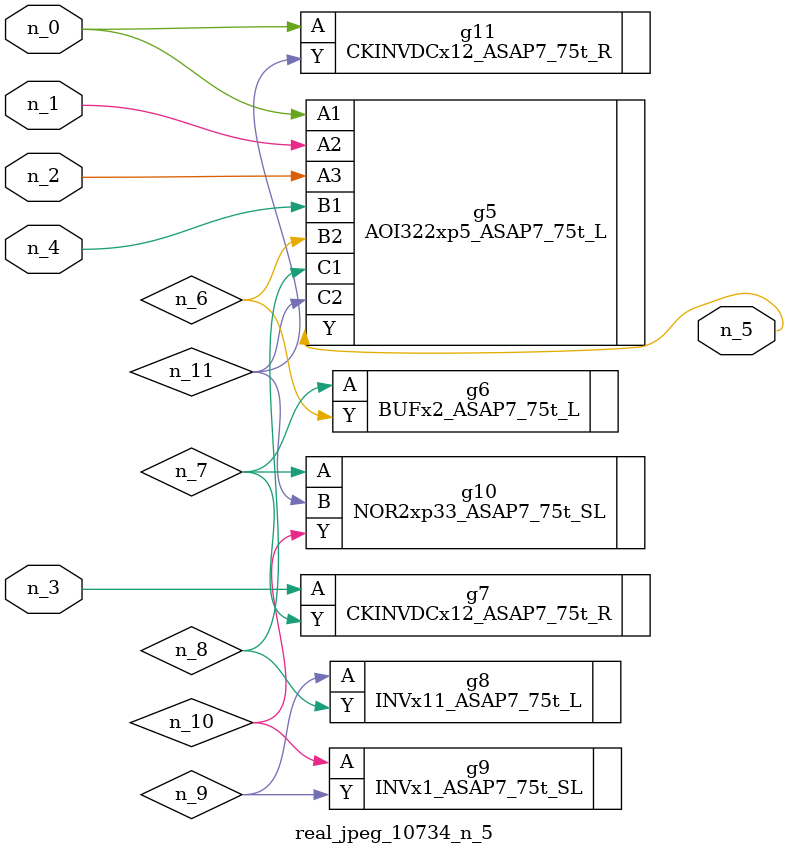
<source format=v>
module real_jpeg_10734_n_5 (n_4, n_0, n_1, n_2, n_3, n_5);

input n_4;
input n_0;
input n_1;
input n_2;
input n_3;

output n_5;

wire n_8;
wire n_11;
wire n_6;
wire n_7;
wire n_10;
wire n_9;

AOI322xp5_ASAP7_75t_L g5 ( 
.A1(n_0),
.A2(n_1),
.A3(n_2),
.B1(n_4),
.B2(n_6),
.C1(n_8),
.C2(n_11),
.Y(n_5)
);

CKINVDCx12_ASAP7_75t_R g11 ( 
.A(n_0),
.Y(n_11)
);

CKINVDCx12_ASAP7_75t_R g7 ( 
.A(n_3),
.Y(n_7)
);

BUFx2_ASAP7_75t_L g6 ( 
.A(n_7),
.Y(n_6)
);

NOR2xp33_ASAP7_75t_SL g10 ( 
.A(n_7),
.B(n_11),
.Y(n_10)
);

INVx11_ASAP7_75t_L g8 ( 
.A(n_9),
.Y(n_8)
);

INVx1_ASAP7_75t_SL g9 ( 
.A(n_10),
.Y(n_9)
);


endmodule
</source>
